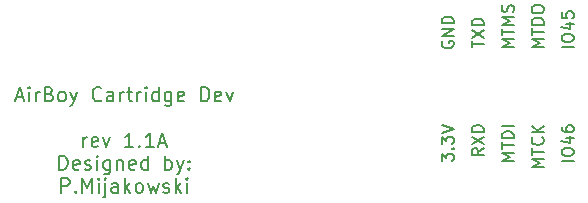
<source format=gto>
%TF.GenerationSoftware,KiCad,Pcbnew,(6.0.7)*%
%TF.CreationDate,2023-03-31T21:15:27+02:00*%
%TF.ProjectId,airboy_cartridge,61697262-6f79-45f6-9361-727472696467,rev?*%
%TF.SameCoordinates,Original*%
%TF.FileFunction,Legend,Top*%
%TF.FilePolarity,Positive*%
%FSLAX46Y46*%
G04 Gerber Fmt 4.6, Leading zero omitted, Abs format (unit mm)*
G04 Created by KiCad (PCBNEW (6.0.7)) date 2023-03-31 21:15:27*
%MOMM*%
%LPD*%
G01*
G04 APERTURE LIST*
G04 Aperture macros list*
%AMRoundRect*
0 Rectangle with rounded corners*
0 $1 Rounding radius*
0 $2 $3 $4 $5 $6 $7 $8 $9 X,Y pos of 4 corners*
0 Add a 4 corners polygon primitive as box body*
4,1,4,$2,$3,$4,$5,$6,$7,$8,$9,$2,$3,0*
0 Add four circle primitives for the rounded corners*
1,1,$1+$1,$2,$3*
1,1,$1+$1,$4,$5*
1,1,$1+$1,$6,$7*
1,1,$1+$1,$8,$9*
0 Add four rect primitives between the rounded corners*
20,1,$1+$1,$2,$3,$4,$5,0*
20,1,$1+$1,$4,$5,$6,$7,0*
20,1,$1+$1,$6,$7,$8,$9,0*
20,1,$1+$1,$8,$9,$2,$3,0*%
G04 Aperture macros list end*
%ADD10C,0.150000*%
%ADD11C,0.120000*%
%ADD12RoundRect,0.200000X-0.200000X-2.700000X0.200000X-2.700000X0.200000X2.700000X-0.200000X2.700000X0*%
%ADD13C,0.600000*%
%ADD14O,0.900000X1.700000*%
%ADD15O,0.900000X2.000000*%
%ADD16R,1.700000X1.700000*%
%ADD17O,1.700000X1.700000*%
%ADD18C,5.400000*%
G04 APERTURE END LIST*
D10*
X173426380Y-100536190D02*
X172426380Y-100536190D01*
X172426380Y-99869523D02*
X172426380Y-99679047D01*
X172474000Y-99583809D01*
X172569238Y-99488571D01*
X172759714Y-99440952D01*
X173093047Y-99440952D01*
X173283523Y-99488571D01*
X173378761Y-99583809D01*
X173426380Y-99679047D01*
X173426380Y-99869523D01*
X173378761Y-99964761D01*
X173283523Y-100060000D01*
X173093047Y-100107619D01*
X172759714Y-100107619D01*
X172569238Y-100060000D01*
X172474000Y-99964761D01*
X172426380Y-99869523D01*
X172759714Y-98583809D02*
X173426380Y-98583809D01*
X172378761Y-98821904D02*
X173093047Y-99060000D01*
X173093047Y-98440952D01*
X172426380Y-97583809D02*
X172426380Y-98060000D01*
X172902571Y-98107619D01*
X172854952Y-98060000D01*
X172807333Y-97964761D01*
X172807333Y-97726666D01*
X172854952Y-97631428D01*
X172902571Y-97583809D01*
X172997809Y-97536190D01*
X173235904Y-97536190D01*
X173331142Y-97583809D01*
X173378761Y-97631428D01*
X173426380Y-97726666D01*
X173426380Y-97964761D01*
X173378761Y-98060000D01*
X173331142Y-98107619D01*
X164806380Y-100575904D02*
X164806380Y-100004476D01*
X165806380Y-100290190D02*
X164806380Y-100290190D01*
X164806380Y-99766380D02*
X165806380Y-99099714D01*
X164806380Y-99099714D02*
X165806380Y-99766380D01*
X165806380Y-98718761D02*
X164806380Y-98718761D01*
X164806380Y-98480666D01*
X164854000Y-98337809D01*
X164949238Y-98242571D01*
X165044476Y-98194952D01*
X165234952Y-98147333D01*
X165377809Y-98147333D01*
X165568285Y-98194952D01*
X165663523Y-98242571D01*
X165758761Y-98337809D01*
X165806380Y-98480666D01*
X165806380Y-98718761D01*
X126239142Y-104794000D02*
X126810571Y-104794000D01*
X126124857Y-105136857D02*
X126524857Y-103936857D01*
X126924857Y-105136857D01*
X127324857Y-105136857D02*
X127324857Y-104336857D01*
X127324857Y-103936857D02*
X127267714Y-103994000D01*
X127324857Y-104051142D01*
X127382000Y-103994000D01*
X127324857Y-103936857D01*
X127324857Y-104051142D01*
X127896285Y-105136857D02*
X127896285Y-104336857D01*
X127896285Y-104565428D02*
X127953428Y-104451142D01*
X128010571Y-104394000D01*
X128124857Y-104336857D01*
X128239142Y-104336857D01*
X129039142Y-104508285D02*
X129210571Y-104565428D01*
X129267714Y-104622571D01*
X129324857Y-104736857D01*
X129324857Y-104908285D01*
X129267714Y-105022571D01*
X129210571Y-105079714D01*
X129096285Y-105136857D01*
X128639142Y-105136857D01*
X128639142Y-103936857D01*
X129039142Y-103936857D01*
X129153428Y-103994000D01*
X129210571Y-104051142D01*
X129267714Y-104165428D01*
X129267714Y-104279714D01*
X129210571Y-104394000D01*
X129153428Y-104451142D01*
X129039142Y-104508285D01*
X128639142Y-104508285D01*
X130010571Y-105136857D02*
X129896285Y-105079714D01*
X129839142Y-105022571D01*
X129782000Y-104908285D01*
X129782000Y-104565428D01*
X129839142Y-104451142D01*
X129896285Y-104394000D01*
X130010571Y-104336857D01*
X130182000Y-104336857D01*
X130296285Y-104394000D01*
X130353428Y-104451142D01*
X130410571Y-104565428D01*
X130410571Y-104908285D01*
X130353428Y-105022571D01*
X130296285Y-105079714D01*
X130182000Y-105136857D01*
X130010571Y-105136857D01*
X130810571Y-104336857D02*
X131096285Y-105136857D01*
X131382000Y-104336857D02*
X131096285Y-105136857D01*
X130982000Y-105422571D01*
X130924857Y-105479714D01*
X130810571Y-105536857D01*
X133439142Y-105022571D02*
X133382000Y-105079714D01*
X133210571Y-105136857D01*
X133096285Y-105136857D01*
X132924857Y-105079714D01*
X132810571Y-104965428D01*
X132753428Y-104851142D01*
X132696285Y-104622571D01*
X132696285Y-104451142D01*
X132753428Y-104222571D01*
X132810571Y-104108285D01*
X132924857Y-103994000D01*
X133096285Y-103936857D01*
X133210571Y-103936857D01*
X133382000Y-103994000D01*
X133439142Y-104051142D01*
X134467714Y-105136857D02*
X134467714Y-104508285D01*
X134410571Y-104394000D01*
X134296285Y-104336857D01*
X134067714Y-104336857D01*
X133953428Y-104394000D01*
X134467714Y-105079714D02*
X134353428Y-105136857D01*
X134067714Y-105136857D01*
X133953428Y-105079714D01*
X133896285Y-104965428D01*
X133896285Y-104851142D01*
X133953428Y-104736857D01*
X134067714Y-104679714D01*
X134353428Y-104679714D01*
X134467714Y-104622571D01*
X135039142Y-105136857D02*
X135039142Y-104336857D01*
X135039142Y-104565428D02*
X135096285Y-104451142D01*
X135153428Y-104394000D01*
X135267714Y-104336857D01*
X135382000Y-104336857D01*
X135610571Y-104336857D02*
X136067714Y-104336857D01*
X135782000Y-103936857D02*
X135782000Y-104965428D01*
X135839142Y-105079714D01*
X135953428Y-105136857D01*
X136067714Y-105136857D01*
X136467714Y-105136857D02*
X136467714Y-104336857D01*
X136467714Y-104565428D02*
X136524857Y-104451142D01*
X136582000Y-104394000D01*
X136696285Y-104336857D01*
X136810571Y-104336857D01*
X137210571Y-105136857D02*
X137210571Y-104336857D01*
X137210571Y-103936857D02*
X137153428Y-103994000D01*
X137210571Y-104051142D01*
X137267714Y-103994000D01*
X137210571Y-103936857D01*
X137210571Y-104051142D01*
X138296285Y-105136857D02*
X138296285Y-103936857D01*
X138296285Y-105079714D02*
X138182000Y-105136857D01*
X137953428Y-105136857D01*
X137839142Y-105079714D01*
X137782000Y-105022571D01*
X137724857Y-104908285D01*
X137724857Y-104565428D01*
X137782000Y-104451142D01*
X137839142Y-104394000D01*
X137953428Y-104336857D01*
X138182000Y-104336857D01*
X138296285Y-104394000D01*
X139382000Y-104336857D02*
X139382000Y-105308285D01*
X139324857Y-105422571D01*
X139267714Y-105479714D01*
X139153428Y-105536857D01*
X138982000Y-105536857D01*
X138867714Y-105479714D01*
X139382000Y-105079714D02*
X139267714Y-105136857D01*
X139039142Y-105136857D01*
X138924857Y-105079714D01*
X138867714Y-105022571D01*
X138810571Y-104908285D01*
X138810571Y-104565428D01*
X138867714Y-104451142D01*
X138924857Y-104394000D01*
X139039142Y-104336857D01*
X139267714Y-104336857D01*
X139382000Y-104394000D01*
X140410571Y-105079714D02*
X140296285Y-105136857D01*
X140067714Y-105136857D01*
X139953428Y-105079714D01*
X139896285Y-104965428D01*
X139896285Y-104508285D01*
X139953428Y-104394000D01*
X140067714Y-104336857D01*
X140296285Y-104336857D01*
X140410571Y-104394000D01*
X140467714Y-104508285D01*
X140467714Y-104622571D01*
X139896285Y-104736857D01*
X141896285Y-105136857D02*
X141896285Y-103936857D01*
X142182000Y-103936857D01*
X142353428Y-103994000D01*
X142467714Y-104108285D01*
X142524857Y-104222571D01*
X142582000Y-104451142D01*
X142582000Y-104622571D01*
X142524857Y-104851142D01*
X142467714Y-104965428D01*
X142353428Y-105079714D01*
X142182000Y-105136857D01*
X141896285Y-105136857D01*
X143553428Y-105079714D02*
X143439142Y-105136857D01*
X143210571Y-105136857D01*
X143096285Y-105079714D01*
X143039142Y-104965428D01*
X143039142Y-104508285D01*
X143096285Y-104394000D01*
X143210571Y-104336857D01*
X143439142Y-104336857D01*
X143553428Y-104394000D01*
X143610571Y-104508285D01*
X143610571Y-104622571D01*
X143039142Y-104736857D01*
X144010571Y-104336857D02*
X144296285Y-105136857D01*
X144582000Y-104336857D01*
X131924857Y-109000857D02*
X131924857Y-108200857D01*
X131924857Y-108429428D02*
X131982000Y-108315142D01*
X132039142Y-108258000D01*
X132153428Y-108200857D01*
X132267714Y-108200857D01*
X133124857Y-108943714D02*
X133010571Y-109000857D01*
X132782000Y-109000857D01*
X132667714Y-108943714D01*
X132610571Y-108829428D01*
X132610571Y-108372285D01*
X132667714Y-108258000D01*
X132782000Y-108200857D01*
X133010571Y-108200857D01*
X133124857Y-108258000D01*
X133182000Y-108372285D01*
X133182000Y-108486571D01*
X132610571Y-108600857D01*
X133582000Y-108200857D02*
X133867714Y-109000857D01*
X134153428Y-108200857D01*
X136153428Y-109000857D02*
X135467714Y-109000857D01*
X135810571Y-109000857D02*
X135810571Y-107800857D01*
X135696285Y-107972285D01*
X135582000Y-108086571D01*
X135467714Y-108143714D01*
X136667714Y-108886571D02*
X136724857Y-108943714D01*
X136667714Y-109000857D01*
X136610571Y-108943714D01*
X136667714Y-108886571D01*
X136667714Y-109000857D01*
X137867714Y-109000857D02*
X137182000Y-109000857D01*
X137524857Y-109000857D02*
X137524857Y-107800857D01*
X137410571Y-107972285D01*
X137296285Y-108086571D01*
X137182000Y-108143714D01*
X138324857Y-108658000D02*
X138896285Y-108658000D01*
X138210571Y-109000857D02*
X138610571Y-107800857D01*
X139010571Y-109000857D01*
X129896285Y-110932857D02*
X129896285Y-109732857D01*
X130182000Y-109732857D01*
X130353428Y-109790000D01*
X130467714Y-109904285D01*
X130524857Y-110018571D01*
X130582000Y-110247142D01*
X130582000Y-110418571D01*
X130524857Y-110647142D01*
X130467714Y-110761428D01*
X130353428Y-110875714D01*
X130182000Y-110932857D01*
X129896285Y-110932857D01*
X131553428Y-110875714D02*
X131439142Y-110932857D01*
X131210571Y-110932857D01*
X131096285Y-110875714D01*
X131039142Y-110761428D01*
X131039142Y-110304285D01*
X131096285Y-110190000D01*
X131210571Y-110132857D01*
X131439142Y-110132857D01*
X131553428Y-110190000D01*
X131610571Y-110304285D01*
X131610571Y-110418571D01*
X131039142Y-110532857D01*
X132067714Y-110875714D02*
X132182000Y-110932857D01*
X132410571Y-110932857D01*
X132524857Y-110875714D01*
X132582000Y-110761428D01*
X132582000Y-110704285D01*
X132524857Y-110590000D01*
X132410571Y-110532857D01*
X132239142Y-110532857D01*
X132124857Y-110475714D01*
X132067714Y-110361428D01*
X132067714Y-110304285D01*
X132124857Y-110190000D01*
X132239142Y-110132857D01*
X132410571Y-110132857D01*
X132524857Y-110190000D01*
X133096285Y-110932857D02*
X133096285Y-110132857D01*
X133096285Y-109732857D02*
X133039142Y-109790000D01*
X133096285Y-109847142D01*
X133153428Y-109790000D01*
X133096285Y-109732857D01*
X133096285Y-109847142D01*
X134182000Y-110132857D02*
X134182000Y-111104285D01*
X134124857Y-111218571D01*
X134067714Y-111275714D01*
X133953428Y-111332857D01*
X133782000Y-111332857D01*
X133667714Y-111275714D01*
X134182000Y-110875714D02*
X134067714Y-110932857D01*
X133839142Y-110932857D01*
X133724857Y-110875714D01*
X133667714Y-110818571D01*
X133610571Y-110704285D01*
X133610571Y-110361428D01*
X133667714Y-110247142D01*
X133724857Y-110190000D01*
X133839142Y-110132857D01*
X134067714Y-110132857D01*
X134182000Y-110190000D01*
X134753428Y-110132857D02*
X134753428Y-110932857D01*
X134753428Y-110247142D02*
X134810571Y-110190000D01*
X134924857Y-110132857D01*
X135096285Y-110132857D01*
X135210571Y-110190000D01*
X135267714Y-110304285D01*
X135267714Y-110932857D01*
X136296285Y-110875714D02*
X136182000Y-110932857D01*
X135953428Y-110932857D01*
X135839142Y-110875714D01*
X135782000Y-110761428D01*
X135782000Y-110304285D01*
X135839142Y-110190000D01*
X135953428Y-110132857D01*
X136182000Y-110132857D01*
X136296285Y-110190000D01*
X136353428Y-110304285D01*
X136353428Y-110418571D01*
X135782000Y-110532857D01*
X137382000Y-110932857D02*
X137382000Y-109732857D01*
X137382000Y-110875714D02*
X137267714Y-110932857D01*
X137039142Y-110932857D01*
X136924857Y-110875714D01*
X136867714Y-110818571D01*
X136810571Y-110704285D01*
X136810571Y-110361428D01*
X136867714Y-110247142D01*
X136924857Y-110190000D01*
X137039142Y-110132857D01*
X137267714Y-110132857D01*
X137382000Y-110190000D01*
X138867714Y-110932857D02*
X138867714Y-109732857D01*
X138867714Y-110190000D02*
X138982000Y-110132857D01*
X139210571Y-110132857D01*
X139324857Y-110190000D01*
X139382000Y-110247142D01*
X139439142Y-110361428D01*
X139439142Y-110704285D01*
X139382000Y-110818571D01*
X139324857Y-110875714D01*
X139210571Y-110932857D01*
X138982000Y-110932857D01*
X138867714Y-110875714D01*
X139839142Y-110132857D02*
X140124857Y-110932857D01*
X140410571Y-110132857D02*
X140124857Y-110932857D01*
X140010571Y-111218571D01*
X139953428Y-111275714D01*
X139839142Y-111332857D01*
X140867714Y-110818571D02*
X140924857Y-110875714D01*
X140867714Y-110932857D01*
X140810571Y-110875714D01*
X140867714Y-110818571D01*
X140867714Y-110932857D01*
X140867714Y-110190000D02*
X140924857Y-110247142D01*
X140867714Y-110304285D01*
X140810571Y-110247142D01*
X140867714Y-110190000D01*
X140867714Y-110304285D01*
X130067714Y-112864857D02*
X130067714Y-111664857D01*
X130524857Y-111664857D01*
X130639142Y-111722000D01*
X130696285Y-111779142D01*
X130753428Y-111893428D01*
X130753428Y-112064857D01*
X130696285Y-112179142D01*
X130639142Y-112236285D01*
X130524857Y-112293428D01*
X130067714Y-112293428D01*
X131267714Y-112750571D02*
X131324857Y-112807714D01*
X131267714Y-112864857D01*
X131210571Y-112807714D01*
X131267714Y-112750571D01*
X131267714Y-112864857D01*
X131839142Y-112864857D02*
X131839142Y-111664857D01*
X132239142Y-112522000D01*
X132639142Y-111664857D01*
X132639142Y-112864857D01*
X133210571Y-112864857D02*
X133210571Y-112064857D01*
X133210571Y-111664857D02*
X133153428Y-111722000D01*
X133210571Y-111779142D01*
X133267714Y-111722000D01*
X133210571Y-111664857D01*
X133210571Y-111779142D01*
X133782000Y-112064857D02*
X133782000Y-113093428D01*
X133724857Y-113207714D01*
X133610571Y-113264857D01*
X133553428Y-113264857D01*
X133782000Y-111664857D02*
X133724857Y-111722000D01*
X133782000Y-111779142D01*
X133839142Y-111722000D01*
X133782000Y-111664857D01*
X133782000Y-111779142D01*
X134867714Y-112864857D02*
X134867714Y-112236285D01*
X134810571Y-112122000D01*
X134696285Y-112064857D01*
X134467714Y-112064857D01*
X134353428Y-112122000D01*
X134867714Y-112807714D02*
X134753428Y-112864857D01*
X134467714Y-112864857D01*
X134353428Y-112807714D01*
X134296285Y-112693428D01*
X134296285Y-112579142D01*
X134353428Y-112464857D01*
X134467714Y-112407714D01*
X134753428Y-112407714D01*
X134867714Y-112350571D01*
X135439142Y-112864857D02*
X135439142Y-111664857D01*
X135553428Y-112407714D02*
X135896285Y-112864857D01*
X135896285Y-112064857D02*
X135439142Y-112522000D01*
X136582000Y-112864857D02*
X136467714Y-112807714D01*
X136410571Y-112750571D01*
X136353428Y-112636285D01*
X136353428Y-112293428D01*
X136410571Y-112179142D01*
X136467714Y-112122000D01*
X136582000Y-112064857D01*
X136753428Y-112064857D01*
X136867714Y-112122000D01*
X136924857Y-112179142D01*
X136982000Y-112293428D01*
X136982000Y-112636285D01*
X136924857Y-112750571D01*
X136867714Y-112807714D01*
X136753428Y-112864857D01*
X136582000Y-112864857D01*
X137382000Y-112064857D02*
X137610571Y-112864857D01*
X137839142Y-112293428D01*
X138067714Y-112864857D01*
X138296285Y-112064857D01*
X138696285Y-112807714D02*
X138810571Y-112864857D01*
X139039142Y-112864857D01*
X139153428Y-112807714D01*
X139210571Y-112693428D01*
X139210571Y-112636285D01*
X139153428Y-112522000D01*
X139039142Y-112464857D01*
X138867714Y-112464857D01*
X138753428Y-112407714D01*
X138696285Y-112293428D01*
X138696285Y-112236285D01*
X138753428Y-112122000D01*
X138867714Y-112064857D01*
X139039142Y-112064857D01*
X139153428Y-112122000D01*
X139724857Y-112864857D02*
X139724857Y-111664857D01*
X139839142Y-112407714D02*
X140182000Y-112864857D01*
X140182000Y-112064857D02*
X139724857Y-112522000D01*
X140696285Y-112864857D02*
X140696285Y-112064857D01*
X140696285Y-111664857D02*
X140639142Y-111722000D01*
X140696285Y-111779142D01*
X140753428Y-111722000D01*
X140696285Y-111664857D01*
X140696285Y-111779142D01*
X165806380Y-109124666D02*
X165330190Y-109458000D01*
X165806380Y-109696095D02*
X164806380Y-109696095D01*
X164806380Y-109315142D01*
X164854000Y-109219904D01*
X164901619Y-109172285D01*
X164996857Y-109124666D01*
X165139714Y-109124666D01*
X165234952Y-109172285D01*
X165282571Y-109219904D01*
X165330190Y-109315142D01*
X165330190Y-109696095D01*
X164806380Y-108791333D02*
X165806380Y-108124666D01*
X164806380Y-108124666D02*
X165806380Y-108791333D01*
X165806380Y-107743714D02*
X164806380Y-107743714D01*
X164806380Y-107505619D01*
X164854000Y-107362761D01*
X164949238Y-107267523D01*
X165044476Y-107219904D01*
X165234952Y-107172285D01*
X165377809Y-107172285D01*
X165568285Y-107219904D01*
X165663523Y-107267523D01*
X165758761Y-107362761D01*
X165806380Y-107505619D01*
X165806380Y-107743714D01*
X168346380Y-100567904D02*
X167346380Y-100567904D01*
X168060666Y-100234571D01*
X167346380Y-99901238D01*
X168346380Y-99901238D01*
X167346380Y-99567904D02*
X167346380Y-98996476D01*
X168346380Y-99282190D02*
X167346380Y-99282190D01*
X168346380Y-98663142D02*
X167346380Y-98663142D01*
X168060666Y-98329809D01*
X167346380Y-97996476D01*
X168346380Y-97996476D01*
X168298761Y-97567904D02*
X168346380Y-97425047D01*
X168346380Y-97186952D01*
X168298761Y-97091714D01*
X168251142Y-97044095D01*
X168155904Y-96996476D01*
X168060666Y-96996476D01*
X167965428Y-97044095D01*
X167917809Y-97091714D01*
X167870190Y-97186952D01*
X167822571Y-97377428D01*
X167774952Y-97472666D01*
X167727333Y-97520285D01*
X167632095Y-97567904D01*
X167536857Y-97567904D01*
X167441619Y-97520285D01*
X167394000Y-97472666D01*
X167346380Y-97377428D01*
X167346380Y-97139333D01*
X167394000Y-96996476D01*
X168346380Y-110164380D02*
X167346380Y-110164380D01*
X168060666Y-109831047D01*
X167346380Y-109497714D01*
X168346380Y-109497714D01*
X167346380Y-109164380D02*
X167346380Y-108592952D01*
X168346380Y-108878666D02*
X167346380Y-108878666D01*
X168346380Y-108259619D02*
X167346380Y-108259619D01*
X167346380Y-108021523D01*
X167394000Y-107878666D01*
X167489238Y-107783428D01*
X167584476Y-107735809D01*
X167774952Y-107688190D01*
X167917809Y-107688190D01*
X168108285Y-107735809D01*
X168203523Y-107783428D01*
X168298761Y-107878666D01*
X168346380Y-108021523D01*
X168346380Y-108259619D01*
X168346380Y-107259619D02*
X167346380Y-107259619D01*
X162266380Y-110188190D02*
X162266380Y-109569142D01*
X162647333Y-109902476D01*
X162647333Y-109759619D01*
X162694952Y-109664380D01*
X162742571Y-109616761D01*
X162837809Y-109569142D01*
X163075904Y-109569142D01*
X163171142Y-109616761D01*
X163218761Y-109664380D01*
X163266380Y-109759619D01*
X163266380Y-110045333D01*
X163218761Y-110140571D01*
X163171142Y-110188190D01*
X163171142Y-109140571D02*
X163218761Y-109092952D01*
X163266380Y-109140571D01*
X163218761Y-109188190D01*
X163171142Y-109140571D01*
X163266380Y-109140571D01*
X162266380Y-108759619D02*
X162266380Y-108140571D01*
X162647333Y-108473904D01*
X162647333Y-108331047D01*
X162694952Y-108235809D01*
X162742571Y-108188190D01*
X162837809Y-108140571D01*
X163075904Y-108140571D01*
X163171142Y-108188190D01*
X163218761Y-108235809D01*
X163266380Y-108331047D01*
X163266380Y-108616761D01*
X163218761Y-108712000D01*
X163171142Y-108759619D01*
X162266380Y-107854857D02*
X163266380Y-107521523D01*
X162266380Y-107188190D01*
X170886380Y-100544095D02*
X169886380Y-100544095D01*
X170600666Y-100210761D01*
X169886380Y-99877428D01*
X170886380Y-99877428D01*
X169886380Y-99544095D02*
X169886380Y-98972666D01*
X170886380Y-99258380D02*
X169886380Y-99258380D01*
X170886380Y-98639333D02*
X169886380Y-98639333D01*
X169886380Y-98401238D01*
X169934000Y-98258380D01*
X170029238Y-98163142D01*
X170124476Y-98115523D01*
X170314952Y-98067904D01*
X170457809Y-98067904D01*
X170648285Y-98115523D01*
X170743523Y-98163142D01*
X170838761Y-98258380D01*
X170886380Y-98401238D01*
X170886380Y-98639333D01*
X169886380Y-97448857D02*
X169886380Y-97258380D01*
X169934000Y-97163142D01*
X170029238Y-97067904D01*
X170219714Y-97020285D01*
X170553047Y-97020285D01*
X170743523Y-97067904D01*
X170838761Y-97163142D01*
X170886380Y-97258380D01*
X170886380Y-97448857D01*
X170838761Y-97544095D01*
X170743523Y-97639333D01*
X170553047Y-97686952D01*
X170219714Y-97686952D01*
X170029238Y-97639333D01*
X169934000Y-97544095D01*
X169886380Y-97448857D01*
X173426380Y-110188190D02*
X172426380Y-110188190D01*
X172426380Y-109521523D02*
X172426380Y-109331047D01*
X172474000Y-109235809D01*
X172569238Y-109140571D01*
X172759714Y-109092952D01*
X173093047Y-109092952D01*
X173283523Y-109140571D01*
X173378761Y-109235809D01*
X173426380Y-109331047D01*
X173426380Y-109521523D01*
X173378761Y-109616761D01*
X173283523Y-109712000D01*
X173093047Y-109759619D01*
X172759714Y-109759619D01*
X172569238Y-109712000D01*
X172474000Y-109616761D01*
X172426380Y-109521523D01*
X172759714Y-108235809D02*
X173426380Y-108235809D01*
X172378761Y-108473904D02*
X173093047Y-108712000D01*
X173093047Y-108092952D01*
X172426380Y-107283428D02*
X172426380Y-107473904D01*
X172474000Y-107569142D01*
X172521619Y-107616761D01*
X172664476Y-107712000D01*
X172854952Y-107759619D01*
X173235904Y-107759619D01*
X173331142Y-107712000D01*
X173378761Y-107664380D01*
X173426380Y-107569142D01*
X173426380Y-107378666D01*
X173378761Y-107283428D01*
X173331142Y-107235809D01*
X173235904Y-107188190D01*
X172997809Y-107188190D01*
X172902571Y-107235809D01*
X172854952Y-107283428D01*
X172807333Y-107378666D01*
X172807333Y-107569142D01*
X172854952Y-107664380D01*
X172902571Y-107712000D01*
X172997809Y-107759619D01*
X170886380Y-110680285D02*
X169886380Y-110680285D01*
X170600666Y-110346952D01*
X169886380Y-110013619D01*
X170886380Y-110013619D01*
X169886380Y-109680285D02*
X169886380Y-109108857D01*
X170886380Y-109394571D02*
X169886380Y-109394571D01*
X170791142Y-108204095D02*
X170838761Y-108251714D01*
X170886380Y-108394571D01*
X170886380Y-108489809D01*
X170838761Y-108632666D01*
X170743523Y-108727904D01*
X170648285Y-108775523D01*
X170457809Y-108823142D01*
X170314952Y-108823142D01*
X170124476Y-108775523D01*
X170029238Y-108727904D01*
X169934000Y-108632666D01*
X169886380Y-108489809D01*
X169886380Y-108394571D01*
X169934000Y-108251714D01*
X169981619Y-108204095D01*
X170886380Y-107775523D02*
X169886380Y-107775523D01*
X170886380Y-107204095D02*
X170314952Y-107632666D01*
X169886380Y-107204095D02*
X170457809Y-107775523D01*
X162314000Y-100075904D02*
X162266380Y-100171142D01*
X162266380Y-100314000D01*
X162314000Y-100456857D01*
X162409238Y-100552095D01*
X162504476Y-100599714D01*
X162694952Y-100647333D01*
X162837809Y-100647333D01*
X163028285Y-100599714D01*
X163123523Y-100552095D01*
X163218761Y-100456857D01*
X163266380Y-100314000D01*
X163266380Y-100218761D01*
X163218761Y-100075904D01*
X163171142Y-100028285D01*
X162837809Y-100028285D01*
X162837809Y-100218761D01*
X163266380Y-99599714D02*
X162266380Y-99599714D01*
X163266380Y-99028285D01*
X162266380Y-99028285D01*
X163266380Y-98552095D02*
X162266380Y-98552095D01*
X162266380Y-98314000D01*
X162314000Y-98171142D01*
X162409238Y-98075904D01*
X162504476Y-98028285D01*
X162694952Y-97980666D01*
X162837809Y-97980666D01*
X163028285Y-98028285D01*
X163123523Y-98075904D01*
X163218761Y-98171142D01*
X163266380Y-98314000D01*
X163266380Y-98552095D01*
%LPC*%
%TO.C,J4*%
G36*
X176035000Y-122275000D02*
G01*
X123965000Y-122275000D01*
X123965000Y-115661600D01*
X176035000Y-115661600D01*
X176035000Y-122275000D01*
G37*
D11*
X176035000Y-122275000D02*
X123965000Y-122275000D01*
X123965000Y-115661600D01*
X176035000Y-115661600D01*
X176035000Y-122275000D01*
%TD*%
D12*
%TO.C,J4*%
X125222142Y-118500000D03*
X126492142Y-118500000D03*
X127762142Y-118500000D03*
X129032142Y-118500000D03*
X130302142Y-118500000D03*
X131572142Y-118500000D03*
X132842142Y-118500000D03*
X134112142Y-118500000D03*
X135376044Y-118500000D03*
X136639284Y-118500000D03*
X137935000Y-118500000D03*
X139205000Y-118500000D03*
X140475000Y-118500000D03*
X141745000Y-118500000D03*
X143015000Y-118500000D03*
X144285000Y-118500000D03*
X145555000Y-118500000D03*
X146825000Y-118500000D03*
X148088902Y-118500000D03*
X149352142Y-118500000D03*
X150635000Y-118500000D03*
X151905000Y-118500000D03*
X153175000Y-118500000D03*
X154445000Y-118500000D03*
X155715000Y-118500000D03*
X156997858Y-118500000D03*
X158267858Y-118500000D03*
X159537858Y-118500000D03*
X160807858Y-118500000D03*
X162083445Y-118484045D03*
X163335000Y-118500000D03*
X164605000Y-118500000D03*
X165875000Y-118500000D03*
X167145000Y-118500000D03*
X168415000Y-118500000D03*
X169685000Y-118500000D03*
X170955000Y-118500000D03*
X172225000Y-118500000D03*
X173495000Y-118500000D03*
X174765000Y-118500000D03*
%TD*%
D13*
%TO.C,J1*%
X127610000Y-91775000D03*
X133390000Y-91775000D03*
D14*
X126180000Y-88085000D03*
D15*
X126180000Y-92255000D03*
D14*
X134820000Y-88085000D03*
D15*
X134820000Y-92255000D03*
%TD*%
D16*
%TO.C,J3*%
X162835000Y-102625000D03*
D17*
X162835000Y-105165000D03*
X165375000Y-102625000D03*
X165375000Y-105165000D03*
X167915000Y-102625000D03*
X167915000Y-105165000D03*
X170455000Y-102625000D03*
X170455000Y-105165000D03*
X172995000Y-102625000D03*
X172995000Y-105165000D03*
%TD*%
D18*
%TO.C,H1*%
X150000000Y-104000000D03*
%TD*%
M02*

</source>
